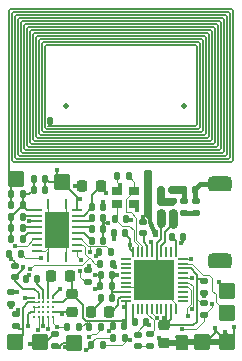
<source format=gbr>
%TF.GenerationSoftware,KiCad,Pcbnew,8.0.4*%
%TF.CreationDate,2024-11-25T16:13:59-04:00*%
%TF.ProjectId,Beacon-WirelessCharge,42656163-6f6e-42d5-9769-72656c657373,rev?*%
%TF.SameCoordinates,Original*%
%TF.FileFunction,Copper,L1,Top*%
%TF.FilePolarity,Positive*%
%FSLAX46Y46*%
G04 Gerber Fmt 4.6, Leading zero omitted, Abs format (unit mm)*
G04 Created by KiCad (PCBNEW 8.0.4) date 2024-11-25 16:13:59*
%MOMM*%
%LPD*%
G01*
G04 APERTURE LIST*
G04 Aperture macros list*
%AMRoundRect*
0 Rectangle with rounded corners*
0 $1 Rounding radius*
0 $2 $3 $4 $5 $6 $7 $8 $9 X,Y pos of 4 corners*
0 Add a 4 corners polygon primitive as box body*
4,1,4,$2,$3,$4,$5,$6,$7,$8,$9,$2,$3,0*
0 Add four circle primitives for the rounded corners*
1,1,$1+$1,$2,$3*
1,1,$1+$1,$4,$5*
1,1,$1+$1,$6,$7*
1,1,$1+$1,$8,$9*
0 Add four rect primitives between the rounded corners*
20,1,$1+$1,$2,$3,$4,$5,0*
20,1,$1+$1,$4,$5,$6,$7,0*
20,1,$1+$1,$6,$7,$8,$9,0*
20,1,$1+$1,$8,$9,$2,$3,0*%
G04 Aperture macros list end*
%TA.AperFunction,EtchedComponent*%
%ADD10C,0.127000*%
%TD*%
%TA.AperFunction,EtchedComponent*%
%ADD11C,0.200000*%
%TD*%
%TA.AperFunction,SMDPad,CuDef*%
%ADD12RoundRect,0.147500X-0.172500X0.147500X-0.172500X-0.147500X0.172500X-0.147500X0.172500X0.147500X0*%
%TD*%
%TA.AperFunction,SMDPad,CuDef*%
%ADD13RoundRect,0.140000X-0.140000X-0.170000X0.140000X-0.170000X0.140000X0.170000X-0.140000X0.170000X0*%
%TD*%
%TA.AperFunction,SMDPad,CuDef*%
%ADD14RoundRect,0.225000X-0.250000X0.225000X-0.250000X-0.225000X0.250000X-0.225000X0.250000X0.225000X0*%
%TD*%
%TA.AperFunction,SMDPad,CuDef*%
%ADD15RoundRect,0.135000X0.135000X0.185000X-0.135000X0.185000X-0.135000X-0.185000X0.135000X-0.185000X0*%
%TD*%
%TA.AperFunction,SMDPad,CuDef*%
%ADD16RoundRect,0.225000X0.225000X0.250000X-0.225000X0.250000X-0.225000X-0.250000X0.225000X-0.250000X0*%
%TD*%
%TA.AperFunction,SMDPad,CuDef*%
%ADD17RoundRect,0.140000X-0.170000X0.140000X-0.170000X-0.140000X0.170000X-0.140000X0.170000X0.140000X0*%
%TD*%
%TA.AperFunction,ComponentPad*%
%ADD18RoundRect,0.125000X-0.125000X-0.175000X0.125000X-0.175000X0.125000X0.175000X-0.125000X0.175000X0*%
%TD*%
%TA.AperFunction,SMDPad,CuDef*%
%ADD19RoundRect,0.031750X-0.031750X-0.095250X0.031750X-0.095250X0.031750X0.095250X-0.031750X0.095250X0*%
%TD*%
%TA.AperFunction,SMDPad,CuDef*%
%ADD20RoundRect,0.140000X0.140000X0.170000X-0.140000X0.170000X-0.140000X-0.170000X0.140000X-0.170000X0*%
%TD*%
%TA.AperFunction,SMDPad,CuDef*%
%ADD21RoundRect,0.140000X-0.560000X-0.560000X0.560000X-0.560000X0.560000X0.560000X-0.560000X0.560000X0*%
%TD*%
%TA.AperFunction,SMDPad,CuDef*%
%ADD22RoundRect,0.147500X-0.147500X-0.172500X0.147500X-0.172500X0.147500X0.172500X-0.147500X0.172500X0*%
%TD*%
%TA.AperFunction,SMDPad,CuDef*%
%ADD23O,0.200000X0.850000*%
%TD*%
%TA.AperFunction,SMDPad,CuDef*%
%ADD24O,0.850000X0.200000*%
%TD*%
%TA.AperFunction,SMDPad,CuDef*%
%ADD25R,3.500000X3.500000*%
%TD*%
%TA.AperFunction,SMDPad,CuDef*%
%ADD26R,0.280000X0.850000*%
%TD*%
%TA.AperFunction,SMDPad,CuDef*%
%ADD27R,0.850000X0.280000*%
%TD*%
%TA.AperFunction,ComponentPad*%
%ADD28C,0.508000*%
%TD*%
%TA.AperFunction,SMDPad,CuDef*%
%ADD29R,2.050000X3.049999*%
%TD*%
%TA.AperFunction,SMDPad,CuDef*%
%ADD30RoundRect,0.218750X0.218750X0.256250X-0.218750X0.256250X-0.218750X-0.256250X0.218750X-0.256250X0*%
%TD*%
%TA.AperFunction,SMDPad,CuDef*%
%ADD31RoundRect,0.135000X-0.185000X0.135000X-0.185000X-0.135000X0.185000X-0.135000X0.185000X0.135000X0*%
%TD*%
%TA.AperFunction,SMDPad,CuDef*%
%ADD32C,0.500000*%
%TD*%
%TA.AperFunction,SMDPad,CuDef*%
%ADD33RoundRect,0.140000X0.170000X-0.140000X0.170000X0.140000X-0.170000X0.140000X-0.170000X-0.140000X0*%
%TD*%
%TA.AperFunction,SMDPad,CuDef*%
%ADD34RoundRect,0.317500X-0.682500X0.317500X-0.682500X-0.317500X0.682500X-0.317500X0.682500X0.317500X0*%
%TD*%
%TA.AperFunction,SMDPad,CuDef*%
%ADD35RoundRect,0.218750X-0.218750X-0.256250X0.218750X-0.256250X0.218750X0.256250X-0.218750X0.256250X0*%
%TD*%
%TA.AperFunction,SMDPad,CuDef*%
%ADD36RoundRect,0.135000X0.185000X-0.135000X0.185000X0.135000X-0.185000X0.135000X-0.185000X-0.135000X0*%
%TD*%
%TA.AperFunction,SMDPad,CuDef*%
%ADD37RoundRect,0.135000X-0.135000X-0.185000X0.135000X-0.185000X0.135000X0.185000X-0.135000X0.185000X0*%
%TD*%
%TA.AperFunction,SMDPad,CuDef*%
%ADD38R,0.900000X0.800000*%
%TD*%
%TA.AperFunction,SMDPad,CuDef*%
%ADD39RoundRect,0.147500X0.172500X-0.147500X0.172500X0.147500X-0.172500X0.147500X-0.172500X-0.147500X0*%
%TD*%
%TA.AperFunction,SMDPad,CuDef*%
%ADD40C,0.226000*%
%TD*%
%TA.AperFunction,ViaPad*%
%ADD41C,0.400000*%
%TD*%
%TA.AperFunction,Conductor*%
%ADD42C,0.400000*%
%TD*%
%TA.AperFunction,Conductor*%
%ADD43C,0.154000*%
%TD*%
%TA.AperFunction,Conductor*%
%ADD44C,0.127000*%
%TD*%
%TA.AperFunction,Conductor*%
%ADD45C,0.200000*%
%TD*%
%TA.AperFunction,Conductor*%
%ADD46C,0.101600*%
%TD*%
%TA.AperFunction,Conductor*%
%ADD47C,0.790000*%
%TD*%
%TA.AperFunction,Conductor*%
%ADD48C,0.700000*%
%TD*%
G04 APERTURE END LIST*
D10*
%TO.C,L5*%
X44191750Y-57738250D02*
X44191750Y-44992250D01*
X44445750Y-44738250D02*
X62937750Y-44738250D01*
X44445750Y-57484250D02*
X44445750Y-45246250D01*
X44699750Y-44992250D02*
X62683750Y-44992250D01*
X44699750Y-57230250D02*
X44699750Y-45500250D01*
X44953750Y-45246250D02*
X62429750Y-45246250D01*
X44953750Y-56976250D02*
X44953750Y-45754250D01*
X45207750Y-45500250D02*
X62175750Y-45500250D01*
X45207750Y-56722250D02*
X45207750Y-46008250D01*
X45461750Y-45754250D02*
X61921750Y-45754250D01*
X45461750Y-56468250D02*
X45461750Y-46262250D01*
X45715750Y-46008250D02*
X61667750Y-46008250D01*
X45715750Y-56214250D02*
X45715750Y-46516250D01*
X45969750Y-46262250D02*
X61413750Y-46262250D01*
X45969750Y-55960250D02*
X45969750Y-46770250D01*
X46223750Y-46516250D02*
X61159750Y-46516250D01*
X46223750Y-55706250D02*
X46223750Y-47024250D01*
X46477750Y-46770250D02*
X60905750Y-46770250D01*
X46477750Y-55452250D02*
X46477750Y-47278250D01*
X46731750Y-47024250D02*
X60651750Y-47024250D01*
X46731750Y-55198250D02*
X46731750Y-47532250D01*
X46985750Y-47278250D02*
X60397750Y-47278250D01*
X46985750Y-54944250D02*
X46985750Y-47786250D01*
X47239750Y-47532250D02*
X60143750Y-47532250D01*
X47239750Y-54690250D02*
X47239750Y-48040250D01*
X47493750Y-47786250D02*
X59889750Y-47786250D01*
D11*
X47541750Y-54638250D02*
X47541750Y-54428250D01*
D10*
X59889750Y-54690250D02*
X47493750Y-54690250D01*
X60143750Y-48040250D02*
X60143750Y-54436250D01*
X60143750Y-54944250D02*
X47493750Y-54944250D01*
X60397750Y-47786250D02*
X60397750Y-54690250D01*
X60397750Y-55198250D02*
X47239750Y-55198250D01*
X60651750Y-47532250D02*
X60651750Y-54944250D01*
X60651750Y-55452250D02*
X46985750Y-55452250D01*
X60905750Y-47278250D02*
X60905750Y-55198250D01*
X60905750Y-55706250D02*
X46731750Y-55706250D01*
X61159750Y-47024250D02*
X61159750Y-55452250D01*
X61159750Y-55960250D02*
X46477750Y-55960250D01*
X61413750Y-46770250D02*
X61413750Y-55706250D01*
X61413750Y-56214250D02*
X46223750Y-56214250D01*
X61667750Y-46516250D02*
X61667750Y-55960250D01*
X61667750Y-56468250D02*
X45969750Y-56468250D01*
X61921750Y-46262250D02*
X61921750Y-56214250D01*
X61921750Y-56722250D02*
X45715750Y-56722250D01*
X62175750Y-46008250D02*
X62175750Y-56468250D01*
X62175750Y-56976250D02*
X45461750Y-56976250D01*
X62429750Y-45754250D02*
X62429750Y-56722250D01*
X62429750Y-57230250D02*
X45207750Y-57230250D01*
X62683750Y-45500250D02*
X62683750Y-56976250D01*
X62683750Y-57484250D02*
X44953750Y-57484250D01*
X62937750Y-45246250D02*
X62937750Y-57230250D01*
X62937750Y-57738250D02*
X44699750Y-57738250D01*
X63191750Y-44992250D02*
X63191750Y-57484250D01*
X44191750Y-44992250D02*
G75*
G02*
X44445750Y-44738250I254000J0D01*
G01*
X44445750Y-45246250D02*
G75*
G02*
X44699750Y-44992250I254000J0D01*
G01*
X44699750Y-45500250D02*
G75*
G02*
X44953750Y-45246250I254000J0D01*
G01*
X44699750Y-57738250D02*
G75*
G02*
X44445750Y-57484250I0J254000D01*
G01*
X44953750Y-45754250D02*
G75*
G02*
X45207750Y-45500250I254000J0D01*
G01*
X44953750Y-57484250D02*
G75*
G02*
X44699750Y-57230250I0J254000D01*
G01*
X45207750Y-46008250D02*
G75*
G02*
X45461750Y-45754250I254000J0D01*
G01*
X45207750Y-57230250D02*
G75*
G02*
X44953750Y-56976250I0J254000D01*
G01*
X45461750Y-46262250D02*
G75*
G02*
X45715750Y-46008250I254000J0D01*
G01*
X45461750Y-56976250D02*
G75*
G02*
X45207750Y-56722250I0J254000D01*
G01*
X45715750Y-46516250D02*
G75*
G02*
X45969750Y-46262250I254000J0D01*
G01*
X45715750Y-56722250D02*
G75*
G02*
X45461750Y-56468250I0J254000D01*
G01*
X45969750Y-46770250D02*
G75*
G02*
X46223750Y-46516250I254000J0D01*
G01*
X45969750Y-56468250D02*
G75*
G02*
X45715750Y-56214250I0J254000D01*
G01*
X46223750Y-47024250D02*
G75*
G02*
X46477750Y-46770250I254000J0D01*
G01*
X46223750Y-56214250D02*
G75*
G02*
X45969750Y-55960250I0J254000D01*
G01*
X46477750Y-47278250D02*
G75*
G02*
X46731750Y-47024250I254000J0D01*
G01*
X46477750Y-55960250D02*
G75*
G02*
X46223750Y-55706250I0J254000D01*
G01*
X46731750Y-47532250D02*
G75*
G02*
X46985750Y-47278250I254000J0D01*
G01*
X46731750Y-55706250D02*
G75*
G02*
X46477750Y-55452250I0J254000D01*
G01*
X46985750Y-47786250D02*
G75*
G02*
X47239750Y-47532250I254000J0D01*
G01*
X46985750Y-55452250D02*
G75*
G02*
X46731750Y-55198250I0J254000D01*
G01*
X47239750Y-48040250D02*
G75*
G02*
X47493750Y-47786250I254000J0D01*
G01*
X47239750Y-55198250D02*
G75*
G02*
X46985750Y-54944250I0J254000D01*
G01*
X47493750Y-54944250D02*
G75*
G02*
X47239750Y-54690250I0J254000D01*
G01*
X59889750Y-47786250D02*
G75*
G02*
X60143750Y-48040250I0J-254000D01*
G01*
X60143750Y-47532250D02*
G75*
G02*
X60397750Y-47786250I0J-254000D01*
G01*
X60143750Y-54436250D02*
G75*
G02*
X59889750Y-54690250I-254000J0D01*
G01*
X60397750Y-47278250D02*
G75*
G02*
X60651750Y-47532250I0J-254000D01*
G01*
X60397750Y-54690250D02*
G75*
G02*
X60143750Y-54944250I-254000J0D01*
G01*
X60651750Y-47024250D02*
G75*
G02*
X60905750Y-47278250I0J-254000D01*
G01*
X60651750Y-54944250D02*
G75*
G02*
X60397750Y-55198250I-254000J0D01*
G01*
X60905750Y-46770250D02*
G75*
G02*
X61159750Y-47024250I0J-254000D01*
G01*
X60905750Y-55198250D02*
G75*
G02*
X60651750Y-55452250I-254000J0D01*
G01*
X61159750Y-46516250D02*
G75*
G02*
X61413750Y-46770250I0J-254000D01*
G01*
X61159750Y-55452250D02*
G75*
G02*
X60905750Y-55706250I-254000J0D01*
G01*
X61413750Y-46262250D02*
G75*
G02*
X61667750Y-46516250I0J-254000D01*
G01*
X61413750Y-55706250D02*
G75*
G02*
X61159750Y-55960250I-254000J0D01*
G01*
X61667750Y-46008250D02*
G75*
G02*
X61921750Y-46262250I0J-254000D01*
G01*
X61667750Y-55960250D02*
G75*
G02*
X61413750Y-56214250I-254000J0D01*
G01*
X61921750Y-45754250D02*
G75*
G02*
X62175750Y-46008250I0J-254000D01*
G01*
X61921750Y-56214250D02*
G75*
G02*
X61667750Y-56468250I-254000J0D01*
G01*
X62175750Y-45500250D02*
G75*
G02*
X62429750Y-45754250I0J-254000D01*
G01*
X62175750Y-56468250D02*
G75*
G02*
X61921750Y-56722250I-254000J0D01*
G01*
X62429750Y-45246250D02*
G75*
G02*
X62683750Y-45500250I0J-254000D01*
G01*
X62429750Y-56722250D02*
G75*
G02*
X62175750Y-56976250I-254000J0D01*
G01*
X62683750Y-44992250D02*
G75*
G02*
X62937750Y-45246250I0J-254000D01*
G01*
X62683750Y-56976250D02*
G75*
G02*
X62429750Y-57230250I-254000J0D01*
G01*
X62937750Y-44738250D02*
G75*
G02*
X63191750Y-44992250I0J-254000D01*
G01*
X62937750Y-57230250D02*
G75*
G02*
X62683750Y-57484250I-254000J0D01*
G01*
X63191750Y-57484250D02*
G75*
G02*
X62937750Y-57738250I-254000J0D01*
G01*
%TD*%
D12*
%TO.P,L7,1,1*%
%TO.N,Net-(AE1-FEED)*%
X60025000Y-61055000D03*
%TO.P,L7,2,2*%
%TO.N,GND*%
X60025000Y-62025000D03*
%TD*%
D13*
%TO.P,C29,1*%
%TO.N,Net-(C29-Pad1)*%
X58990000Y-60080000D03*
%TO.P,C29,2*%
%TO.N,Net-(AE1-FEED)*%
X59950000Y-60080000D03*
%TD*%
D14*
%TO.P,C11,1*%
%TO.N,VDD_nRF*%
X57353200Y-71513400D03*
%TO.P,C11,2*%
%TO.N,GND*%
X57353200Y-73063400D03*
%TD*%
D15*
%TO.P,R5,1*%
%TO.N,Net-(U1-FOD)*%
X45214000Y-65532000D03*
%TO.P,R5,2*%
%TO.N,GND*%
X44194000Y-65532000D03*
%TD*%
D14*
%TO.P,C12,1*%
%TO.N,VDD_nRF*%
X49500000Y-68875000D03*
%TO.P,C12,2*%
%TO.N,GND*%
X49500000Y-70425000D03*
%TD*%
D16*
%TO.P,C23,1*%
%TO.N,Net-(U1-RECT)*%
X51950000Y-59750000D03*
%TO.P,C23,2*%
%TO.N,GND*%
X50400000Y-59750000D03*
%TD*%
D17*
%TO.P,C24,1*%
%TO.N,Net-(C24-Pad1)*%
X57050000Y-61075000D03*
%TO.P,C24,2*%
%TO.N,GND*%
X57050000Y-62035000D03*
%TD*%
D13*
%TO.P,C2,1*%
%TO.N,Net-(U1-AC1)*%
X46306800Y-59120000D03*
%TO.P,C2,2*%
%TO.N,Net-(J1-Pin_1)*%
X47266800Y-59120000D03*
%TD*%
D18*
%TO.P,L5,0*%
%TO.N,N/C*%
X47681750Y-54208250D03*
D19*
%TO.P,L5,1,1*%
%TO.N,Net-(J2-Pin_1)*%
X44191750Y-57738250D03*
%TD*%
D20*
%TO.P,C8,1*%
%TO.N,Net-(J1-Pin_1)*%
X52180000Y-62470000D03*
%TO.P,C8,2*%
%TO.N,Net-(U1-BOOT2)*%
X51220000Y-62470000D03*
%TD*%
D13*
%TO.P,C3,1*%
%TO.N,Net-(U1-AC1)*%
X46306800Y-60045600D03*
%TO.P,C3,2*%
%TO.N,Net-(J1-Pin_1)*%
X47266800Y-60045600D03*
%TD*%
D21*
%TO.P,J2,1,Pin_1*%
%TO.N,Net-(J2-Pin_1)*%
X44780000Y-59150000D03*
%TD*%
D20*
%TO.P,C21,1*%
%TO.N,Net-(U2-ANT)*%
X58050000Y-62960000D03*
%TO.P,C21,2*%
%TO.N,GND*%
X57090000Y-62960000D03*
%TD*%
D13*
%TO.P,C18,1*%
%TO.N,Net-(U2-DEC5)*%
X57970000Y-64100000D03*
%TO.P,C18,2*%
%TO.N,GND*%
X58930000Y-64100000D03*
%TD*%
%TO.P,C1,1*%
%TO.N,Net-(J2-Pin_1)*%
X44401800Y-61391800D03*
%TO.P,C1,2*%
%TO.N,Net-(U1-AC1)*%
X45361800Y-61391800D03*
%TD*%
D21*
%TO.P,J9,1,Pin_1*%
%TO.N,GND*%
X60550000Y-72950000D03*
%TD*%
D13*
%TO.P,C22,1*%
%TO.N,Net-(U1-RECT)*%
X51220000Y-61550000D03*
%TO.P,C22,2*%
%TO.N,GND*%
X52180000Y-61550000D03*
%TD*%
D22*
%TO.P,L4,1,1*%
%TO.N,Net-(C24-Pad1)*%
X57065000Y-60050000D03*
%TO.P,L4,2,2*%
%TO.N,Net-(C29-Pad1)*%
X58035000Y-60050000D03*
%TD*%
D13*
%TO.P,C5,1*%
%TO.N,Net-(U1-AC1)*%
X44404400Y-63271400D03*
%TO.P,C5,2*%
%TO.N,Net-(U1-CLMP1)*%
X45364400Y-63271400D03*
%TD*%
D23*
%TO.P,U2,1,DEC1*%
%TO.N,Net-(U2-DEC1)*%
X54699998Y-70125000D03*
%TO.P,U2,2,P0.00/XL1*%
%TO.N,unconnected-(U2-P0.00{slash}XL1-Pad2)*%
X55100000Y-70125000D03*
%TO.P,U2,3,P0.01/XL2*%
%TO.N,unconnected-(U2-P0.01{slash}XL2-Pad3)*%
X55499999Y-70125000D03*
%TO.P,U2,4,P0.04/AIN2*%
%TO.N,Net-(U2-P0.04{slash}AIN2)*%
X55899998Y-70125000D03*
%TO.P,U2,5,P0.05/AIN3*%
%TO.N,I2C_SCL*%
X56300000Y-70125000D03*
%TO.P,U2,6,P1.09*%
%TO.N,unconnected-(U2-P1.09-Pad6)*%
X56699999Y-70125000D03*
%TO.P,U2,7,P0.11*%
%TO.N,unconnected-(U2-P0.11-Pad7)*%
X57099999Y-70125000D03*
%TO.P,U2,8,VDD*%
%TO.N,VDD_nRF*%
X57500000Y-70125000D03*
%TO.P,U2,9,VDDH*%
X57900000Y-70125000D03*
%TO.P,U2,10,VBUS*%
%TO.N,GND*%
X58299999Y-70125000D03*
D24*
%TO.P,U2,11,DECUSB*%
%TO.N,unconnected-(U2-DECUSB-Pad11)*%
X58900000Y-69525001D03*
%TO.P,U2,12,D-*%
%TO.N,unconnected-(U2-D--Pad12)*%
X58900000Y-69124999D03*
%TO.P,U2,13,D+*%
%TO.N,unconnected-(U2-D+-Pad13)*%
X58900000Y-68725000D03*
%TO.P,U2,14,P0.15*%
%TO.N,I2C_SDA*%
X58900000Y-68325001D03*
%TO.P,U2,15,P0.17*%
%TO.N,CD_N*%
X58900000Y-67924999D03*
%TO.P,U2,16,P0.18/RESET*%
%TO.N,Net-(U2-P0.18{slash}RESET)*%
X58900000Y-67525000D03*
%TO.P,U2,17,P0.20*%
%TO.N,unconnected-(U2-P0.20-Pad17)*%
X58900000Y-67125001D03*
%TO.P,U2,18,VDD*%
%TO.N,VDD_nRF*%
X58900000Y-66724999D03*
%TO.P,U2,19,SWDIO*%
%TO.N,Net-(J4-Pin_1)*%
X58900000Y-66325000D03*
%TO.P,U2,20,SWDCLK*%
%TO.N,Net-(J3-Pin_1)*%
X58900000Y-65925001D03*
D23*
%TO.P,U2,21,DEC5*%
%TO.N,Net-(U2-DEC5)*%
X58299999Y-65324999D03*
%TO.P,U2,22,P0.09/NFC1*%
%TO.N,unconnected-(U2-P0.09{slash}NFC1-Pad22)*%
X57900000Y-65324999D03*
%TO.P,U2,23,P0.10/NFC2*%
%TO.N,unconnected-(U2-P0.10{slash}NFC2-Pad23)*%
X57500000Y-65324999D03*
%TO.P,U2,24,ANT*%
%TO.N,Net-(U2-ANT)*%
X57099999Y-65324999D03*
%TO.P,U2,25,VSS*%
%TO.N,GND*%
X56699999Y-65324999D03*
%TO.P,U2,26,DEC6*%
%TO.N,Net-(U2-DEC4)*%
X56300000Y-65324999D03*
%TO.P,U2,27,DEC3*%
%TO.N,Net-(U2-DEC3)*%
X55899998Y-65324999D03*
%TO.P,U2,28,XC1*%
%TO.N,Net-(U2-XC1)*%
X55499999Y-65324999D03*
%TO.P,U2,29,XC2*%
%TO.N,Net-(U2-XC2)*%
X55100000Y-65324999D03*
%TO.P,U2,30,VDD*%
%TO.N,VDD_nRF*%
X54699998Y-65324999D03*
D24*
%TO.P,U2,31,P0.03/AIN1*%
%TO.N,unconnected-(U2-P0.03{slash}AIN1-Pad31)*%
X54100000Y-65925001D03*
%TO.P,U2,32,P0.02/AIN0*%
%TO.N,unconnected-(U2-P0.02{slash}AIN0-Pad32)*%
X54100000Y-66325000D03*
%TO.P,U2,33,P0.28/AIN4*%
%TO.N,unconnected-(U2-P0.28{slash}AIN4-Pad33)*%
X54100000Y-66724999D03*
%TO.P,U2,34,P0.29/AIN5*%
%TO.N,unconnected-(U2-P0.29{slash}AIN5-Pad34)*%
X54100000Y-67125001D03*
%TO.P,U2,35,P0.30/AIN6*%
%TO.N,unconnected-(U2-P0.30{slash}AIN6-Pad35)*%
X54100000Y-67525000D03*
%TO.P,U2,36,P0.31/AIN7*%
%TO.N,unconnected-(U2-P0.31{slash}AIN7-Pad36)*%
X54100000Y-67924999D03*
%TO.P,U2,37,VSS*%
%TO.N,GND*%
X54100000Y-68325001D03*
%TO.P,U2,38,DEC4*%
%TO.N,Net-(U2-DEC4)*%
X54100000Y-68725000D03*
%TO.P,U2,39,DCC*%
%TO.N,Net-(U2-DCC)*%
X54100000Y-69124999D03*
%TO.P,U2,40,VDD*%
%TO.N,VDD_nRF*%
X54100000Y-69525001D03*
D25*
%TO.P,U2,41,VSS*%
%TO.N,GND*%
X56500000Y-67725000D03*
%TD*%
D26*
%TO.P,U1,1,PGND*%
%TO.N,GND*%
X47509999Y-61275001D03*
D27*
%TO.P,U1,2,AC1*%
%TO.N,Net-(U1-AC1)*%
X46535000Y-61750001D03*
%TO.P,U1,3,BOOT1*%
%TO.N,Net-(U1-BOOT1)*%
X46535000Y-62250000D03*
%TO.P,U1,4,OUT*%
%TO.N,Net-(U1-OUT)*%
X46535000Y-62749999D03*
%TO.P,U1,5,CLMP1*%
%TO.N,Net-(U1-CLMP1)*%
X46535000Y-63250000D03*
%TO.P,U1,6,COM1*%
%TO.N,Net-(U1-COM1)*%
X46535000Y-63750000D03*
%TO.P,U1,7,~{CHG}*%
%TO.N,~{CHARGE}*%
X46535000Y-64250001D03*
%TO.P,U1,8,~{AD-EN}*%
%TO.N,unconnected-(U1-~{AD-EN}-Pad8)*%
X46535000Y-64750000D03*
%TO.P,U1,9,AD*%
%TO.N,GND*%
X46535000Y-65249999D03*
D26*
%TO.P,U1,10,EN1*%
X47509999Y-65724999D03*
%TO.P,U1,11,EN2*%
X49010001Y-65724999D03*
D27*
%TO.P,U1,12,ILIM*%
%TO.N,Net-(U1-ILIM)*%
X49985000Y-65249999D03*
%TO.P,U1,13,TS-CTRL*%
%TO.N,Net-(U1-TS-CTRL)*%
X49985000Y-64750000D03*
%TO.P,U1,14,FOD*%
%TO.N,Net-(U1-FOD)*%
X49985000Y-64250001D03*
%TO.P,U1,15,COM2*%
%TO.N,Net-(U1-COM2)*%
X49985000Y-63750000D03*
%TO.P,U1,16,CLMP2*%
%TO.N,Net-(U1-CLMP2)*%
X49985000Y-63250000D03*
%TO.P,U1,17,BOOT2*%
%TO.N,Net-(U1-BOOT2)*%
X49985000Y-62749999D03*
%TO.P,U1,18,RECT*%
%TO.N,Net-(U1-RECT)*%
X49985000Y-62250000D03*
%TO.P,U1,19,AC2*%
%TO.N,Net-(J1-Pin_1)*%
X49985000Y-61750001D03*
D26*
%TO.P,U1,20,PGND*%
%TO.N,GND*%
X49010001Y-61275001D03*
D28*
%TO.P,U1,21,EPAD*%
X47866300Y-62712600D03*
X47866300Y-63500000D03*
X47866300Y-64287400D03*
D29*
X48260000Y-63500000D03*
D28*
X48653700Y-62712600D03*
X48653700Y-63500000D03*
X48653700Y-64287400D03*
%TD*%
D20*
%TO.P,C27,1*%
%TO.N,Net-(U2-XC1)*%
X54320000Y-58920000D03*
%TO.P,C27,2*%
%TO.N,GND*%
X53360000Y-58920000D03*
%TD*%
D30*
%TO.P,L2,1,1*%
%TO.N,Net-(U2-DCC)*%
X52700000Y-70400000D03*
%TO.P,L2,2,2*%
%TO.N,Net-(L1-Pad1)*%
X51125000Y-70400000D03*
%TD*%
D20*
%TO.P,C30,1*%
%TO.N,Net-(C30-Pad1)*%
X46600000Y-67650000D03*
%TO.P,C30,2*%
%TO.N,GND*%
X45640000Y-67650000D03*
%TD*%
D21*
%TO.P,J5,1,Pin_1*%
%TO.N,VBat*%
X44725000Y-72975000D03*
%TD*%
D20*
%TO.P,C14,1*%
%TO.N,Net-(U2-P0.18{slash}RESET)*%
X52130000Y-73250000D03*
%TO.P,C14,2*%
%TO.N,~{CHARGE}*%
X51170000Y-73250000D03*
%TD*%
D17*
%TO.P,C32,1*%
%TO.N,Net-(C29-Pad1)*%
X59050000Y-61045000D03*
%TO.P,C32,2*%
%TO.N,GND*%
X59050000Y-62005000D03*
%TD*%
D13*
%TO.P,C31,1*%
%TO.N,Net-(J2-Pin_1)*%
X44400000Y-60460000D03*
%TO.P,C31,2*%
%TO.N,Net-(U1-AC1)*%
X45360000Y-60460000D03*
%TD*%
D15*
%TO.P,R8,1*%
%TO.N,I2C_SDA*%
X52020000Y-71675000D03*
%TO.P,R8,2*%
%TO.N,VDD_nRF*%
X51000000Y-71675000D03*
%TD*%
D31*
%TO.P,TH1,1*%
%TO.N,BatNTC*%
X48100000Y-72255000D03*
%TO.P,TH1,2*%
%TO.N,GND*%
X48100000Y-73275000D03*
%TD*%
D12*
%TO.P,D1,1,K*%
%TO.N,GND*%
X55100000Y-72330000D03*
%TO.P,D1,2,A*%
%TO.N,Net-(D1-A)*%
X55100000Y-73300000D03*
%TD*%
D15*
%TO.P,R6,1*%
%TO.N,Net-(U1-FOD)*%
X52825000Y-65350000D03*
%TO.P,R6,2*%
%TO.N,Net-(U1-RECT)*%
X51805000Y-65350000D03*
%TD*%
D20*
%TO.P,C10,1*%
%TO.N,Net-(J1-Pin_1)*%
X52160000Y-63400000D03*
%TO.P,C10,2*%
%TO.N,Net-(U1-CLMP2)*%
X51200000Y-63400000D03*
%TD*%
D21*
%TO.P,J6,1,Pin_1*%
%TO.N,BatNTC*%
X46800000Y-72950000D03*
%TD*%
D32*
%TO.P,Fiducial_0.5_1_A,*%
%TO.N,*%
X49000000Y-53000000D03*
%TD*%
D21*
%TO.P,J1,1,Pin_1*%
%TO.N,Net-(J1-Pin_1)*%
X48725000Y-59450000D03*
%TD*%
D33*
%TO.P,C19,1*%
%TO.N,Net-(U2-DEC3)*%
X55530000Y-63740000D03*
%TO.P,C19,2*%
%TO.N,GND*%
X55530000Y-62780000D03*
%TD*%
D34*
%TO.P,AE1,1,FEED*%
%TO.N,Net-(AE1-FEED)*%
X62090000Y-59600000D03*
%TO.P,AE1,2,PCB_Trace*%
%TO.N,unconnected-(AE1-PCB_Trace-Pad2)*%
X62080000Y-66100000D03*
%TD*%
D31*
%TO.P,R3,1*%
%TO.N,VDD_nRF*%
X60700000Y-69690000D03*
%TO.P,R3,2*%
%TO.N,Net-(U2-P0.18{slash}RESET)*%
X60700000Y-70710000D03*
%TD*%
D35*
%TO.P,L6,1,1*%
%TO.N,Net-(U3-SW)*%
X47775000Y-67400000D03*
%TO.P,L6,2,2*%
%TO.N,VDD_nRF*%
X49350000Y-67400000D03*
%TD*%
D36*
%TO.P,R1,1*%
%TO.N,Net-(D1-A)*%
X56100000Y-73300000D03*
%TO.P,R1,2*%
%TO.N,Net-(U2-P0.04{slash}AIN2)*%
X56100000Y-72280000D03*
%TD*%
D32*
%TO.P,Fiducial_0.5_1_B,*%
%TO.N,*%
X59000000Y-53000000D03*
%TD*%
D13*
%TO.P,C7,1*%
%TO.N,Net-(U1-AC1)*%
X44401800Y-62331600D03*
%TO.P,C7,2*%
%TO.N,Net-(U1-BOOT1)*%
X45361800Y-62331600D03*
%TD*%
D21*
%TO.P,J3,1,Pin_1*%
%TO.N,Net-(J3-Pin_1)*%
X62650000Y-68650000D03*
%TD*%
D33*
%TO.P,C25,1*%
%TO.N,VBat*%
X44800000Y-71580000D03*
%TO.P,C25,2*%
%TO.N,GND*%
X44800000Y-70620000D03*
%TD*%
D37*
%TO.P,R7,1*%
%TO.N,Net-(U1-TS-CTRL)*%
X51941000Y-66319400D03*
%TO.P,R7,2*%
%TO.N,GND*%
X52961000Y-66319400D03*
%TD*%
D20*
%TO.P,C17,1*%
%TO.N,Net-(U2-DEC4)*%
X52895000Y-68250000D03*
%TO.P,C17,2*%
%TO.N,GND*%
X51935000Y-68250000D03*
%TD*%
D38*
%TO.P,Y1,1,1*%
%TO.N,Net-(U2-XC1)*%
X54780000Y-60170000D03*
%TO.P,Y1,2,2*%
%TO.N,GND*%
X53380000Y-60170000D03*
%TO.P,Y1,3,3*%
%TO.N,Net-(U2-XC2)*%
X53380000Y-61270000D03*
%TO.P,Y1,4,4*%
%TO.N,GND*%
X54780000Y-61270000D03*
%TD*%
D20*
%TO.P,C13,1*%
%TO.N,VDD_nRF*%
X53970000Y-71628000D03*
%TO.P,C13,2*%
%TO.N,GND*%
X53010000Y-71628000D03*
%TD*%
D17*
%TO.P,C16,1*%
%TO.N,VDD_nRF*%
X60700000Y-67818000D03*
%TO.P,C16,2*%
%TO.N,GND*%
X60700000Y-68778000D03*
%TD*%
D39*
%TO.P,L3,1,1*%
%TO.N,Net-(U2-ANT)*%
X58050000Y-62015000D03*
%TO.P,L3,2,2*%
%TO.N,Net-(C24-Pad1)*%
X58050000Y-61045000D03*
%TD*%
D15*
%TO.P,R11,1*%
%TO.N,Net-(U2-P0.18{slash}RESET)*%
X54050000Y-72600000D03*
%TO.P,R11,2*%
%TO.N,~{CHARGE}*%
X53030000Y-72600000D03*
%TD*%
D21*
%TO.P,J8,1,Pin_1*%
%TO.N,GND*%
X49700000Y-73000000D03*
%TD*%
D40*
%TO.P,U3,A1,GND*%
%TO.N,GND*%
X46300000Y-69200000D03*
%TO.P,U3,A2,IN*%
%TO.N,Net-(U1-OUT)*%
X46700000Y-69200000D03*
%TO.P,U3,A3,PMID*%
%TO.N,Net-(C30-Pad1)*%
X47100000Y-69200000D03*
%TO.P,U3,A4,SW*%
%TO.N,Net-(U3-SW)*%
X47500000Y-69200000D03*
%TO.P,U3,A5,PGND*%
%TO.N,GND*%
X47900000Y-69200000D03*
%TO.P,U3,B1,BAT*%
%TO.N,VBat*%
X46300000Y-69600000D03*
%TO.P,U3,B2,BAT*%
X46700000Y-69600000D03*
%TO.P,U3,B3,PMID*%
%TO.N,Net-(C30-Pad1)*%
X47100000Y-69600000D03*
%TO.P,U3,B4,VINLS*%
%TO.N,unconnected-(U3-VINLS-PadB4)*%
X47500000Y-69600000D03*
%TO.P,U3,B5,SYS*%
%TO.N,VDD_nRF*%
X47900000Y-69600000D03*
%TO.P,U3,C1,ISET*%
%TO.N,GND*%
X46300000Y-70000000D03*
%TO.P,U3,C2,ILIM*%
X46700000Y-70000000D03*
%TO.P,U3,C3,TS*%
%TO.N,unconnected-(U3-TS-PadC3)*%
X47100000Y-70000000D03*
%TO.P,U3,C4,VINLS*%
%TO.N,unconnected-(U3-VINLS-PadC4)*%
X47500000Y-70000000D03*
%TO.P,U3,C5,LS_LDO*%
%TO.N,unconnected-(U3-LS_LDO-PadC5)*%
X47900000Y-70000000D03*
%TO.P,U3,D1,IPRETERM*%
%TO.N,GND*%
X46300000Y-70400000D03*
%TO.P,U3,D2,INT*%
%TO.N,unconnected-(U3-INT-PadD2)*%
X46700000Y-70400000D03*
%TO.P,U3,D3,RESET_N*%
%TO.N,unconnected-(U3-RESET_N-PadD3)*%
X47100000Y-70400000D03*
%TO.P,U3,D4,PG_N*%
%TO.N,unconnected-(U3-PG_N-PadD4)*%
X47500000Y-70400000D03*
%TO.P,U3,D5,GND*%
%TO.N,GND*%
X47900000Y-70400000D03*
%TO.P,U3,E1,MR_N*%
%TO.N,unconnected-(U3-MR_N-PadE1)*%
X46300000Y-70800000D03*
%TO.P,U3,E2,CD_N*%
%TO.N,CD_N*%
X46700000Y-70800000D03*
%TO.P,U3,E3,LSCTRL*%
%TO.N,GND*%
X47100000Y-70800000D03*
%TO.P,U3,E4,SDA*%
%TO.N,I2C_SDA*%
X47500000Y-70800000D03*
%TO.P,U3,E5,SCL*%
%TO.N,I2C_SCL*%
X47900000Y-70800000D03*
%TD*%
D13*
%TO.P,C6,1*%
%TO.N,Net-(U1-AC1)*%
X44401800Y-64211200D03*
%TO.P,C6,2*%
%TO.N,Net-(U1-COM1)*%
X45361800Y-64211200D03*
%TD*%
D20*
%TO.P,C15,1*%
%TO.N,Net-(U2-DEC4)*%
X52905000Y-67300000D03*
%TO.P,C15,2*%
%TO.N,GND*%
X51945000Y-67300000D03*
%TD*%
D22*
%TO.P,L1,1,1*%
%TO.N,Net-(L1-Pad1)*%
X51950000Y-69200000D03*
%TO.P,L1,2,2*%
%TO.N,Net-(U2-DEC4)*%
X52920000Y-69200000D03*
%TD*%
D13*
%TO.P,C4,1*%
%TO.N,Net-(U2-DEC1)*%
X54840000Y-71300000D03*
%TO.P,C4,2*%
%TO.N,GND*%
X55800000Y-71300000D03*
%TD*%
D31*
%TO.P,R10,1*%
%TO.N,Net-(U1-TS-CTRL)*%
X44400000Y-68680000D03*
%TO.P,R10,2*%
%TO.N,BatNTC*%
X44400000Y-69700000D03*
%TD*%
D33*
%TO.P,C28,1*%
%TO.N,Net-(U1-OUT)*%
X44700000Y-67480000D03*
%TO.P,C28,2*%
%TO.N,GND*%
X44700000Y-66520000D03*
%TD*%
D21*
%TO.P,J4,1,Pin_1*%
%TO.N,Net-(J4-Pin_1)*%
X62650000Y-70525000D03*
%TD*%
D13*
%TO.P,C20,1*%
%TO.N,GND*%
X53060000Y-63740000D03*
%TO.P,C20,2*%
%TO.N,VDD_nRF*%
X54020000Y-63740000D03*
%TD*%
D36*
%TO.P,R2,1*%
%TO.N,Net-(U1-FOD)*%
X50900000Y-67910000D03*
%TO.P,R2,2*%
%TO.N,Net-(U1-ILIM)*%
X50900000Y-66890000D03*
%TD*%
D13*
%TO.P,C26,1*%
%TO.N,Net-(U2-XC2)*%
X53160000Y-62510000D03*
%TO.P,C26,2*%
%TO.N,GND*%
X54120000Y-62510000D03*
%TD*%
D37*
%TO.P,R4,1*%
%TO.N,I2C_SCL*%
X49080000Y-71675000D03*
%TO.P,R4,2*%
%TO.N,VDD_nRF*%
X50100000Y-71675000D03*
%TD*%
D21*
%TO.P,J7,1,Pin_1*%
%TO.N,GND*%
X62625000Y-72950000D03*
%TD*%
D20*
%TO.P,C9,1*%
%TO.N,Net-(J1-Pin_1)*%
X52160000Y-64370000D03*
%TO.P,C9,2*%
%TO.N,Net-(U1-COM2)*%
X51200000Y-64370000D03*
%TD*%
D41*
%TO.N,Net-(J1-Pin_1)*%
X52600000Y-62900000D03*
X48220000Y-58370000D03*
X50170000Y-60860000D03*
%TO.N,GND*%
X60700000Y-69050000D03*
X56070000Y-71490000D03*
X56500000Y-66700000D03*
X61600000Y-71740000D03*
X58800000Y-64600000D03*
X55600000Y-66700000D03*
X56900000Y-72600000D03*
X53060000Y-64220000D03*
X63250000Y-71710000D03*
X45850000Y-67300000D03*
X53570000Y-59650000D03*
X48450000Y-73347600D03*
X57400000Y-66700000D03*
X51520000Y-67290000D03*
X54510000Y-62660000D03*
X56500000Y-68600000D03*
X44946800Y-70250000D03*
X48525000Y-68475000D03*
X59525000Y-62125000D03*
X55550000Y-62390000D03*
X57400000Y-68600000D03*
X52175000Y-61125000D03*
X49800000Y-59750000D03*
X48900000Y-73347600D03*
X55200000Y-69000000D03*
X45800000Y-71575000D03*
X44400000Y-65900000D03*
X62520000Y-72070000D03*
X45525000Y-69200000D03*
X53160000Y-66640000D03*
X52700000Y-72000000D03*
X55050000Y-61780000D03*
X48650000Y-70625000D03*
X51460000Y-68440000D03*
X47078863Y-71602514D03*
%TO.N,VDD_nRF*%
X54475000Y-64775000D03*
X57350000Y-70925000D03*
X53900000Y-70000000D03*
X53950000Y-71150000D03*
%TO.N,Net-(U2-P0.18{slash}RESET)*%
X59696400Y-67550000D03*
X54400000Y-72800000D03*
X61395604Y-69752564D03*
X58850000Y-71896400D03*
%TO.N,~{CHARGE}*%
X44700000Y-64800000D03*
X50735435Y-73633805D03*
%TO.N,Net-(U2-DEC4)*%
X56260000Y-64530000D03*
X53340000Y-67310000D03*
%TO.N,Net-(U1-RECT)*%
X52419724Y-60340828D03*
X51600000Y-65700000D03*
%TO.N,Net-(U1-OUT)*%
X45400000Y-66600000D03*
X45900000Y-62750000D03*
%TO.N,Net-(J3-Pin_1)*%
X62000000Y-67850000D03*
X59600000Y-65925001D03*
%TO.N,BatNTC*%
X45950000Y-73100000D03*
X44352400Y-70000000D03*
%TO.N,Net-(U1-ILIM)*%
X50300000Y-66000000D03*
X51000000Y-66500000D03*
%TO.N,Net-(U1-FOD)*%
X51075000Y-65350000D03*
X50250000Y-66950000D03*
X46880000Y-65860000D03*
%TO.N,Net-(U1-TS-CTRL)*%
X46000000Y-66800000D03*
X44900000Y-68700000D03*
%TO.N,I2C_SDA*%
X47500000Y-71875000D03*
X51000000Y-72525000D03*
X59375000Y-70725000D03*
%TO.N,I2C_SCL*%
X56725532Y-70915132D03*
X48225000Y-71644890D03*
%TO.N,CD_N*%
X59650000Y-70200000D03*
X46675000Y-71900000D03*
%TD*%
D42*
%TO.N,Net-(AE1-FEED)*%
X60375000Y-59600000D02*
X62090000Y-59600000D01*
X59950000Y-60080000D02*
X59950000Y-60980000D01*
X59950000Y-60025000D02*
X60375000Y-59600000D01*
D43*
%TO.N,Net-(U1-AC1)*%
X44401800Y-64211200D02*
X44401800Y-63274000D01*
D44*
X46306800Y-60045600D02*
X46306800Y-59131200D01*
X45720001Y-61750001D02*
X45361800Y-61391800D01*
D43*
X44404400Y-63271400D02*
X44404400Y-62334200D01*
D44*
X45360000Y-60460000D02*
X45360000Y-61390000D01*
X46535000Y-61750001D02*
X45720001Y-61750001D01*
X45892400Y-60460000D02*
X46306800Y-60045600D01*
X45360000Y-60460000D02*
X45892400Y-60460000D01*
D43*
X45366800Y-61366600D02*
X44401800Y-62331600D01*
D44*
%TO.N,Net-(J2-Pin_1)*%
X44400000Y-60460000D02*
X44400000Y-59530000D01*
X44401800Y-61391800D02*
X44401800Y-60123200D01*
D43*
X44191750Y-57738250D02*
X44191750Y-58561750D01*
%TO.N,Net-(J1-Pin_1)*%
X52360000Y-62900000D02*
X52160000Y-63100000D01*
D45*
X52600000Y-62900000D02*
X52360000Y-62900000D01*
D43*
X52160000Y-63400000D02*
X52160000Y-63100000D01*
X48220000Y-58370000D02*
X48220000Y-58945000D01*
D44*
X49985000Y-61750001D02*
X49985000Y-60710000D01*
X50135000Y-60860000D02*
X49985000Y-60710000D01*
X47266800Y-59131200D02*
X47266800Y-60045600D01*
D46*
X50170000Y-60860000D02*
X50135000Y-60860000D01*
D43*
X52160000Y-64370000D02*
X52160000Y-63400000D01*
D44*
X49985000Y-60710000D02*
X48725000Y-59450000D01*
X47585600Y-59450000D02*
X48725000Y-59450000D01*
X47266800Y-59131200D02*
X47585600Y-59450000D01*
D43*
X52160000Y-63100000D02*
X52160000Y-62490000D01*
%TO.N,Net-(U2-DEC1)*%
X54699998Y-71119998D02*
X54699998Y-70125000D01*
D45*
%TO.N,GND*%
X61600000Y-72200000D02*
X60850000Y-72950000D01*
D43*
X46050000Y-70400000D02*
X45825000Y-70625000D01*
D47*
X57050000Y-62035000D02*
X57050000Y-62920000D01*
D43*
X45825000Y-70625000D02*
X45825000Y-71550000D01*
D46*
X48100000Y-73275000D02*
X48377400Y-73275000D01*
D43*
X62625000Y-72175000D02*
X62520000Y-72070000D01*
D46*
X57353200Y-73053200D02*
X56900000Y-72600000D01*
D43*
X53060000Y-63740000D02*
X53060000Y-64220000D01*
D46*
X49010001Y-65724999D02*
X49010001Y-64250001D01*
D45*
X48797600Y-73000000D02*
X48450000Y-73347600D01*
D43*
X47900000Y-70400000D02*
X48500000Y-70400000D01*
D46*
X53380000Y-59840000D02*
X53570000Y-59650000D01*
D45*
X61600000Y-71740000D02*
X61600000Y-71925000D01*
X45640000Y-67510000D02*
X45850000Y-67300000D01*
D43*
X46100000Y-70400000D02*
X46050000Y-70400000D01*
X62625000Y-72950000D02*
X62625000Y-72175000D01*
D45*
X61600000Y-71925000D02*
X61600000Y-72200000D01*
D46*
X46300000Y-70000000D02*
X46300000Y-70400000D01*
D43*
X58930000Y-64470000D02*
X58800000Y-64600000D01*
D45*
X49247600Y-73000000D02*
X48900000Y-73347600D01*
D43*
X52180000Y-61550000D02*
X52180000Y-61130000D01*
D46*
X54780000Y-61510000D02*
X55050000Y-61780000D01*
X55100000Y-72330000D02*
X55100000Y-72000000D01*
D45*
X48500000Y-70400000D02*
X49475000Y-70400000D01*
D46*
X48900000Y-73347600D02*
X49352400Y-73347600D01*
D43*
X56699999Y-64610001D02*
X57090000Y-64220000D01*
X46300000Y-70400000D02*
X46100000Y-70400000D01*
D45*
X44700000Y-66520000D02*
X44700000Y-66200000D01*
D43*
X44194000Y-65694000D02*
X44400000Y-65900000D01*
D46*
X55530000Y-62410000D02*
X55550000Y-62390000D01*
D45*
X49700000Y-73000000D02*
X48797600Y-73000000D01*
D46*
X49010001Y-61275001D02*
X49010001Y-62749999D01*
X47250001Y-65249999D02*
X48260000Y-64240000D01*
X47509999Y-65724999D02*
X47509999Y-64250001D01*
X48377400Y-73275000D02*
X48450000Y-73347600D01*
D43*
X57090000Y-64220000D02*
X57090000Y-62960000D01*
D46*
X52700000Y-71938000D02*
X53010000Y-71628000D01*
D45*
X44700000Y-66200000D02*
X44400000Y-65900000D01*
X48950000Y-70425000D02*
X48700000Y-70425000D01*
D46*
X54100000Y-68325001D02*
X55899999Y-68325001D01*
D43*
X46300000Y-69200000D02*
X45525000Y-69200000D01*
X50400000Y-59750000D02*
X49800000Y-59750000D01*
D46*
X58299999Y-69709999D02*
X56500000Y-67910000D01*
D43*
X55880000Y-71300000D02*
X56070000Y-71490000D01*
D46*
X53360000Y-58920000D02*
X53360000Y-59440000D01*
D43*
X51945000Y-67300000D02*
X51530000Y-67300000D01*
D42*
X59525000Y-62025000D02*
X59070000Y-62025000D01*
D43*
X56699999Y-65324999D02*
X56699999Y-64610001D01*
D45*
X48950000Y-70425000D02*
X48850000Y-70425000D01*
D46*
X55100000Y-72000000D02*
X55800000Y-71300000D01*
D45*
X49500000Y-70425000D02*
X48950000Y-70425000D01*
D46*
X46535000Y-65249999D02*
X47250001Y-65249999D01*
X46700000Y-70000000D02*
X46300000Y-70000000D01*
D45*
X63250000Y-72325000D02*
X62625000Y-72950000D01*
X47900000Y-69200000D02*
X47900000Y-69100000D01*
D43*
X51530000Y-67300000D02*
X51520000Y-67290000D01*
D45*
X48700000Y-70425000D02*
X48675000Y-70400000D01*
D43*
X52961000Y-66441000D02*
X53160000Y-66640000D01*
D46*
X53360000Y-59440000D02*
X53570000Y-59650000D01*
D42*
X60025000Y-62025000D02*
X59525000Y-62025000D01*
D46*
X52700000Y-72000000D02*
X52700000Y-71938000D01*
D45*
X61600000Y-71925000D02*
X62625000Y-72950000D01*
D43*
X51935000Y-68250000D02*
X51935000Y-67310000D01*
D46*
X58299999Y-70125000D02*
X58299999Y-69709999D01*
D45*
X63250000Y-71710000D02*
X63250000Y-72325000D01*
D43*
X56699999Y-65324999D02*
X56699999Y-67525001D01*
D46*
X47509999Y-61275001D02*
X47509999Y-62749999D01*
D43*
X58930000Y-64100000D02*
X58930000Y-64470000D01*
D46*
X44800000Y-70396800D02*
X44946800Y-70250000D01*
X55530000Y-62780000D02*
X55530000Y-62410000D01*
D45*
X48850000Y-70425000D02*
X48650000Y-70625000D01*
D43*
X45825000Y-71550000D02*
X45800000Y-71575000D01*
D46*
X54120000Y-62510000D02*
X54360000Y-62510000D01*
X59525000Y-62025000D02*
X59525000Y-62125000D01*
X60452000Y-68802000D02*
X60700000Y-69050000D01*
D43*
X51460000Y-68440000D02*
X51745000Y-68440000D01*
X52180000Y-61130000D02*
X52175000Y-61125000D01*
D45*
X47900000Y-69100000D02*
X48525000Y-68475000D01*
D46*
X54360000Y-62510000D02*
X54510000Y-62660000D01*
D43*
X47100000Y-70800000D02*
X47100000Y-71581377D01*
X47100000Y-71581377D02*
X47078863Y-71602514D01*
D44*
%TO.N,Net-(U1-CLMP1)*%
X46535000Y-63250000D02*
X45385800Y-63250000D01*
%TO.N,Net-(U1-COM1)*%
X45823000Y-63750000D02*
X45361800Y-64211200D01*
X46535000Y-63750000D02*
X45823000Y-63750000D01*
%TO.N,Net-(U1-BOOT1)*%
X46535000Y-62250000D02*
X45443400Y-62250000D01*
D43*
%TO.N,Net-(U1-BOOT2)*%
X50940001Y-62749999D02*
X51220000Y-62470000D01*
X49985000Y-62749999D02*
X50940001Y-62749999D01*
%TO.N,Net-(U1-COM2)*%
X50580000Y-63750000D02*
X51200000Y-64370000D01*
X49985000Y-63750000D02*
X50580000Y-63750000D01*
%TO.N,Net-(U1-CLMP2)*%
X49985000Y-63250000D02*
X51050000Y-63250000D01*
%TO.N,VDD_nRF*%
X53950000Y-71150000D02*
X53950000Y-71608000D01*
D46*
X51005000Y-71675000D02*
X51005000Y-71294400D01*
X51005000Y-71294400D02*
X50850000Y-71139400D01*
D43*
X59786600Y-71513400D02*
X57353200Y-71513400D01*
X60075000Y-71225000D02*
X59786600Y-71513400D01*
D45*
X49500000Y-68875000D02*
X49500000Y-67550000D01*
D43*
X54475000Y-64195000D02*
X54020000Y-63740000D01*
X60075000Y-71225000D02*
X60075000Y-69300000D01*
X57900000Y-70125000D02*
X57900000Y-70966600D01*
X60482000Y-67600000D02*
X60700000Y-67818000D01*
X50450000Y-69825000D02*
X49500000Y-68875000D01*
X53939400Y-71139400D02*
X50850000Y-71139400D01*
D46*
X50314400Y-71675000D02*
X50850000Y-71139400D01*
D43*
X54475000Y-64775000D02*
X54475000Y-65100001D01*
X58900000Y-66724999D02*
X59612999Y-66724999D01*
X57350000Y-70925000D02*
X57350000Y-71510200D01*
X47900000Y-69600000D02*
X48775000Y-69600000D01*
X60075000Y-67187000D02*
X60069000Y-67181000D01*
X50450000Y-70900000D02*
X50450000Y-69825000D01*
D46*
X60465000Y-69690000D02*
X60075000Y-69300000D01*
D43*
X60075000Y-69300000D02*
X60075000Y-67600000D01*
X53950000Y-71150000D02*
X53939400Y-71139400D01*
X54475000Y-64775000D02*
X54475000Y-64195000D01*
X50689400Y-71139400D02*
X50450000Y-70900000D01*
X54100000Y-69525001D02*
X54100000Y-71498000D01*
X60075000Y-67600000D02*
X60482000Y-67600000D01*
D45*
X48775000Y-69600000D02*
X49500000Y-68875000D01*
D43*
X57900000Y-70966600D02*
X57353200Y-71513400D01*
X54100000Y-69800000D02*
X53900000Y-70000000D01*
X59612999Y-66724999D02*
X60069000Y-67181000D01*
X60075000Y-67600000D02*
X60075000Y-67187000D01*
X54475000Y-65100001D02*
X54699998Y-65324999D01*
X50850000Y-71139400D02*
X50689400Y-71139400D01*
X57500000Y-70125000D02*
X57500000Y-71366600D01*
D46*
%TO.N,Net-(U2-P0.18{slash}RESET)*%
X58900000Y-67525000D02*
X59671400Y-67525000D01*
X54050000Y-72950000D02*
X54050000Y-72600000D01*
X61395604Y-70014396D02*
X61395604Y-69752564D01*
X54400000Y-72800000D02*
X54250000Y-72800000D01*
X60700000Y-71196400D02*
X60700000Y-70710000D01*
X52130000Y-73250000D02*
X53750000Y-73250000D01*
X60700000Y-70710000D02*
X61395604Y-70014396D01*
X53750000Y-73250000D02*
X54050000Y-72950000D01*
X59671400Y-67525000D02*
X59696400Y-67550000D01*
X60000000Y-71896400D02*
X58850000Y-71896400D01*
X60000000Y-71896400D02*
X60700000Y-71196400D01*
%TO.N,~{CHARGE}*%
X51550000Y-72600000D02*
X51170000Y-72980000D01*
X51170000Y-72980000D02*
X51170000Y-73250000D01*
X45700000Y-64800000D02*
X44700000Y-64800000D01*
X53030000Y-72600000D02*
X51550000Y-72600000D01*
X46249999Y-64250001D02*
X45700000Y-64800000D01*
X50786195Y-73633805D02*
X51170000Y-73250000D01*
X50735435Y-73633805D02*
X50786195Y-73633805D01*
D43*
%TO.N,Net-(U2-DEC4)*%
X52895000Y-68250000D02*
X52895000Y-68771000D01*
X52895000Y-68771000D02*
X52941000Y-68725000D01*
X52941000Y-68725000D02*
X54100000Y-68725000D01*
X56260000Y-64530000D02*
X56300000Y-64570000D01*
X52895000Y-68771000D02*
X52895000Y-69175000D01*
X52905000Y-67300000D02*
X52905000Y-68240000D01*
X53340000Y-67310000D02*
X52915000Y-67310000D01*
X56300000Y-64570000D02*
X56300000Y-65324999D01*
%TO.N,Net-(U2-DEC5)*%
X58299999Y-64429999D02*
X57970000Y-64100000D01*
X58299999Y-65324999D02*
X58299999Y-64429999D01*
D46*
%TO.N,Net-(U2-DEC3)*%
X55626000Y-64394000D02*
X55626000Y-63836000D01*
D43*
X55899998Y-65324999D02*
X55899998Y-64789998D01*
X55899998Y-64789998D02*
X55626000Y-64516000D01*
X55626000Y-64394000D02*
X55626000Y-63954000D01*
X55626000Y-64516000D02*
X55626000Y-64394000D01*
%TO.N,Net-(U2-ANT)*%
X57099999Y-64820001D02*
X57404000Y-64516000D01*
X57404000Y-63624400D02*
X58050000Y-62978400D01*
X57099999Y-65324999D02*
X57099999Y-64820001D01*
X57404000Y-64516000D02*
X57404000Y-63624400D01*
D47*
X58050000Y-62960000D02*
X58050000Y-62015000D01*
D43*
%TO.N,Net-(U1-RECT)*%
X50520000Y-62250000D02*
X51220000Y-61550000D01*
D45*
X51220000Y-61550000D02*
X51220000Y-60480000D01*
D43*
X51805000Y-65495000D02*
X51600000Y-65700000D01*
D45*
X51220000Y-60480000D02*
X51950000Y-59750000D01*
X51950000Y-59871104D02*
X52419724Y-60340828D01*
D43*
X49985000Y-62250000D02*
X50520000Y-62250000D01*
D48*
%TO.N,Net-(C24-Pad1)*%
X57050000Y-61075000D02*
X58020000Y-61075000D01*
X57050000Y-61075000D02*
X57050000Y-60065000D01*
D45*
%TO.N,Net-(U1-OUT)*%
X46700000Y-68800000D02*
X46350000Y-68450000D01*
X45400000Y-66780000D02*
X44700000Y-67480000D01*
D43*
X46700000Y-69200000D02*
X46700000Y-68800000D01*
D45*
X45350000Y-68450000D02*
X44700000Y-67800000D01*
X44700000Y-67800000D02*
X44700000Y-67480000D01*
X45900001Y-62749999D02*
X45900000Y-62750000D01*
X46535000Y-62749999D02*
X45900001Y-62749999D01*
X45400000Y-66600000D02*
X45400000Y-66780000D01*
X46350000Y-68450000D02*
X45350000Y-68450000D01*
D46*
%TO.N,Net-(U2-XC2)*%
X53750000Y-63100000D02*
X53160000Y-62510000D01*
X53160000Y-62510000D02*
X53380000Y-62290000D01*
X55100000Y-64775000D02*
X54740000Y-64415000D01*
X55100000Y-65324999D02*
X55100000Y-64775000D01*
X53380000Y-62290000D02*
X53380000Y-61270000D01*
X54360000Y-63100000D02*
X53750000Y-63100000D01*
X54740000Y-63480000D02*
X54360000Y-63100000D01*
X54740000Y-64415000D02*
X54740000Y-63480000D01*
%TO.N,Net-(U2-XC1)*%
X54780000Y-60170000D02*
X54080000Y-60870000D01*
X54490000Y-61960000D02*
X54990000Y-62460000D01*
X54780000Y-59380000D02*
X54320000Y-58920000D01*
X54990000Y-64315000D02*
X55499999Y-64824999D01*
X54780000Y-60170000D02*
X54780000Y-59380000D01*
X55499999Y-64824999D02*
X55499999Y-65324999D01*
X54080000Y-61910000D02*
X54130000Y-61960000D01*
X54990000Y-62460000D02*
X54990000Y-64315000D01*
X54130000Y-61960000D02*
X54490000Y-61960000D01*
X54080000Y-60870000D02*
X54080000Y-61910000D01*
D43*
%TO.N,VBat*%
X45800000Y-69600000D02*
X46300000Y-69600000D01*
D45*
X45348400Y-70051600D02*
X45800000Y-69600000D01*
X45070000Y-71850000D02*
X44800000Y-71580000D01*
X45348400Y-72351600D02*
X44725000Y-72975000D01*
X45348400Y-70051600D02*
X45348400Y-71850000D01*
X45348400Y-71850000D02*
X45348400Y-72351600D01*
X45348400Y-71850000D02*
X45070000Y-71850000D01*
D46*
X46700000Y-69600000D02*
X46300000Y-69600000D01*
%TO.N,Net-(D1-A)*%
X56100000Y-73300000D02*
X55100000Y-73300000D01*
%TO.N,Net-(J3-Pin_1)*%
X58900000Y-65925001D02*
X59600000Y-65925001D01*
X62000000Y-67850000D02*
X62650000Y-68500000D01*
%TO.N,Net-(J4-Pin_1)*%
X61700000Y-69575000D02*
X61700000Y-68900000D01*
X59721000Y-66325000D02*
X58900000Y-66325000D01*
X61395000Y-67545000D02*
X61102000Y-67252000D01*
X61700000Y-68900000D02*
X61395000Y-68595000D01*
X61102000Y-67252000D02*
X60648000Y-67252000D01*
X62650000Y-70525000D02*
X61700000Y-69575000D01*
X60648000Y-67252000D02*
X59721000Y-66325000D01*
X61395000Y-68595000D02*
X61395000Y-67545000D01*
%TO.N,BatNTC*%
X44400000Y-69700000D02*
X44400000Y-69952400D01*
D43*
X48045000Y-72255000D02*
X47350000Y-72950000D01*
D46*
X44400000Y-69952400D02*
X44352400Y-70000000D01*
X45950000Y-73100000D02*
X46625000Y-73100000D01*
D43*
%TO.N,Net-(L1-Pad1)*%
X51950000Y-69575000D02*
X51950000Y-69200000D01*
X51125000Y-70400000D02*
X51950000Y-69575000D01*
%TO.N,Net-(U2-DCC)*%
X53450000Y-69840000D02*
X52890000Y-70400000D01*
X53655001Y-69124999D02*
X53450000Y-69330000D01*
X54100000Y-69124999D02*
X53655001Y-69124999D01*
X53450000Y-69330000D02*
X53450000Y-69840000D01*
D46*
%TO.N,Net-(U2-P0.04{slash}AIN2)*%
X56438800Y-71120000D02*
X56438800Y-71941200D01*
X55899998Y-70581198D02*
X55899998Y-70125000D01*
X56438800Y-71120000D02*
X55899998Y-70581198D01*
X56438800Y-71941200D02*
X56100000Y-72280000D01*
%TO.N,Net-(U1-ILIM)*%
X51000000Y-66500000D02*
X51000000Y-66790000D01*
X49985000Y-65249999D02*
X49985000Y-65685000D01*
X49985000Y-65685000D02*
X50300000Y-66000000D01*
%TO.N,Net-(U1-FOD)*%
X52425000Y-64850000D02*
X52825000Y-65250000D01*
X50250000Y-67450000D02*
X50710000Y-67910000D01*
X50869999Y-64850000D02*
X51050000Y-64850000D01*
X49985000Y-64250001D02*
X50363311Y-64250001D01*
X51050000Y-64850000D02*
X52425000Y-64850000D01*
X51050000Y-65325000D02*
X51075000Y-65350000D01*
X51050000Y-64850000D02*
X51050000Y-65325000D01*
X50250000Y-67450000D02*
X50250000Y-66950000D01*
X45262000Y-65532000D02*
X45590000Y-65860000D01*
X50270000Y-64250001D02*
X50869999Y-64850000D01*
X45590000Y-65860000D02*
X46880000Y-65860000D01*
%TO.N,Net-(U1-TS-CTRL)*%
X50361025Y-66458975D02*
X50970000Y-65850000D01*
X51500000Y-66319400D02*
X51941000Y-66319400D01*
X44400000Y-68680000D02*
X44880000Y-68680000D01*
X50660000Y-64950000D02*
X50660000Y-65540000D01*
X44880000Y-68680000D02*
X44900000Y-68700000D01*
X46000000Y-66800000D02*
X46341025Y-66458975D01*
X51030600Y-65850000D02*
X51500000Y-66319400D01*
X50460000Y-64750000D02*
X50660000Y-64950000D01*
X49985000Y-64750000D02*
X50460000Y-64750000D01*
X50970000Y-65850000D02*
X51030600Y-65850000D01*
X46341025Y-66458975D02*
X50361025Y-66458975D01*
X50660000Y-65540000D02*
X50970000Y-65850000D01*
D43*
%TO.N,Net-(C30-Pad1)*%
X47100000Y-69200000D02*
X47100000Y-68550000D01*
D45*
X47100000Y-68550000D02*
X46600000Y-68050000D01*
X46600000Y-68050000D02*
X46600000Y-67650000D01*
D46*
X47100000Y-69600000D02*
X47100000Y-69200000D01*
D43*
%TO.N,Net-(U3-SW)*%
X47500000Y-69200000D02*
X47500000Y-67675000D01*
D46*
%TO.N,I2C_SDA*%
X59237500Y-70062500D02*
X59237500Y-70587500D01*
X52020000Y-71855000D02*
X51575000Y-72300000D01*
X47500000Y-71700000D02*
X47400000Y-71800000D01*
X51225000Y-72300000D02*
X51575000Y-72300000D01*
X59600000Y-69700000D02*
X59237500Y-70062500D01*
X59237500Y-70587500D02*
X59375000Y-70725000D01*
X58900000Y-68325001D02*
X59375001Y-68325001D01*
X47500000Y-70800000D02*
X47500000Y-71700000D01*
X59375001Y-68325001D02*
X59600000Y-68550000D01*
X51000000Y-72525000D02*
X51225000Y-72300000D01*
X59600000Y-68550000D02*
X59600000Y-69700000D01*
%TO.N,I2C_SCL*%
X56300000Y-70489600D02*
X56725532Y-70915132D01*
X47900000Y-70800000D02*
X47900000Y-71319890D01*
X48225000Y-71644890D02*
X49049890Y-71644890D01*
X47900000Y-71319890D02*
X48225000Y-71644890D01*
%TO.N,CD_N*%
X59803200Y-69825000D02*
X59803200Y-70046800D01*
X59803200Y-69750000D02*
X59803200Y-70046800D01*
X59474999Y-67924999D02*
X59803200Y-68253200D01*
X59803200Y-69750000D02*
X59803200Y-69825000D01*
X58900000Y-67924999D02*
X59474999Y-67924999D01*
X46700000Y-70800000D02*
X46700000Y-71875000D01*
X59803200Y-70046800D02*
X59650000Y-70200000D01*
X46700000Y-71875000D02*
X46675000Y-71900000D01*
X59803200Y-68253200D02*
X59803200Y-69750000D01*
D48*
%TO.N,Net-(C29-Pad1)*%
X58035000Y-60050000D02*
X58960000Y-60050000D01*
D42*
X58990000Y-60080000D02*
X58990000Y-60985000D01*
%TD*%
%TA.AperFunction,Conductor*%
%TO.N,GND*%
G36*
X59292874Y-72395756D02*
G01*
X59338713Y-72448487D01*
X59350000Y-72500177D01*
X59350000Y-72700000D01*
X62751000Y-72700000D01*
X62818039Y-72719685D01*
X62863794Y-72772489D01*
X62875000Y-72824000D01*
X62875000Y-73076000D01*
X62855315Y-73143039D01*
X62802511Y-73188794D01*
X62751000Y-73200000D01*
X59350001Y-73200000D01*
X59350001Y-73482170D01*
X59330316Y-73549209D01*
X59277512Y-73594964D01*
X59226198Y-73606170D01*
X58433170Y-73607427D01*
X58366099Y-73587849D01*
X58320260Y-73535117D01*
X58310207Y-73465975D01*
X58315267Y-73444422D01*
X58318056Y-73436005D01*
X58328199Y-73336722D01*
X58328200Y-73336709D01*
X58328200Y-73313400D01*
X57227200Y-73313400D01*
X57160161Y-73293715D01*
X57114406Y-73240911D01*
X57103200Y-73189400D01*
X57103200Y-72937400D01*
X57122885Y-72870361D01*
X57175689Y-72824606D01*
X57227200Y-72813400D01*
X58328199Y-72813400D01*
X58328199Y-72790092D01*
X58328198Y-72790077D01*
X58318055Y-72690792D01*
X58268257Y-72540510D01*
X58265855Y-72470682D01*
X58301587Y-72410640D01*
X58364107Y-72379447D01*
X58385759Y-72377506D01*
X59225805Y-72376177D01*
X59292874Y-72395756D01*
G37*
%TD.AperFunction*%
%TD*%
%TA.AperFunction,Conductor*%
%TO.N,GND*%
G36*
X56301863Y-58448306D02*
G01*
X56320169Y-58492330D01*
X56330000Y-62110000D01*
X56330000Y-62820000D01*
X56356841Y-62820000D01*
X56401035Y-62838306D01*
X56415288Y-62860361D01*
X56649999Y-63480000D01*
X56650000Y-63480000D01*
X56727500Y-63480000D01*
X56771694Y-63498306D01*
X56790000Y-63542500D01*
X56790000Y-64007500D01*
X56771694Y-64051694D01*
X56727500Y-64070000D01*
X56453842Y-64070000D01*
X56409648Y-64051694D01*
X56395075Y-64028778D01*
X56347097Y-63896269D01*
X55990000Y-62910000D01*
X55989998Y-62910000D01*
X55987267Y-62902456D01*
X55967981Y-62872373D01*
X55967000Y-62861343D01*
X55967000Y-62613702D01*
X55966999Y-62613701D01*
X55951509Y-62535822D01*
X55951508Y-62535820D01*
X55892496Y-62447503D01*
X55804179Y-62388491D01*
X55804177Y-62388490D01*
X55726298Y-62373000D01*
X55712500Y-62373000D01*
X55668306Y-62354694D01*
X55650000Y-62310500D01*
X55650000Y-58492500D01*
X55668306Y-58448306D01*
X55712500Y-58430000D01*
X56257669Y-58430000D01*
X56301863Y-58448306D01*
G37*
%TD.AperFunction*%
%TD*%
M02*

</source>
